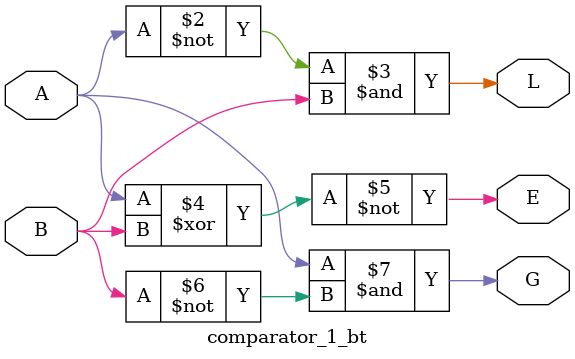
<source format=v>
`timescale 1ns / 1ps


module comparator_1_bt(
    input  A,
    input  B,
    output reg L,
    output reg  E,
    output reg G
    );
    
    always @(*)
    begin 
        
        L=(~A)&B;
//        E=((~A)&(~B))|(A&B);
        E=~(A^B);
        G=A&(~B);
    
    
    
    end;   
    
endmodule

</source>
